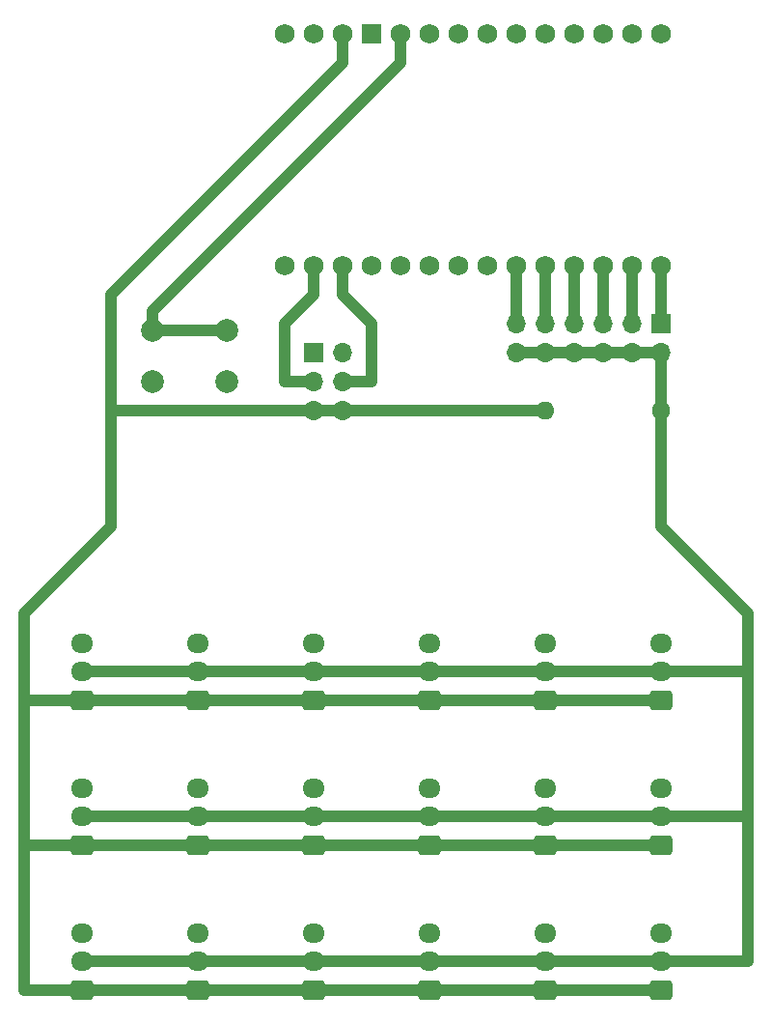
<source format=gbr>
%TF.GenerationSoftware,KiCad,Pcbnew,7.0.10-1.fc39*%
%TF.CreationDate,2024-02-14T22:36:14-06:00*%
%TF.ProjectId,mkr-sensor-shield,6d6b722d-7365-46e7-936f-722d73686965,rev?*%
%TF.SameCoordinates,Original*%
%TF.FileFunction,Copper,L1,Top*%
%TF.FilePolarity,Positive*%
%FSLAX46Y46*%
G04 Gerber Fmt 4.6, Leading zero omitted, Abs format (unit mm)*
G04 Created by KiCad (PCBNEW 7.0.10-1.fc39) date 2024-02-14 22:36:14*
%MOMM*%
%LPD*%
G01*
G04 APERTURE LIST*
G04 Aperture macros list*
%AMRoundRect*
0 Rectangle with rounded corners*
0 $1 Rounding radius*
0 $2 $3 $4 $5 $6 $7 $8 $9 X,Y pos of 4 corners*
0 Add a 4 corners polygon primitive as box body*
4,1,4,$2,$3,$4,$5,$6,$7,$8,$9,$2,$3,0*
0 Add four circle primitives for the rounded corners*
1,1,$1+$1,$2,$3*
1,1,$1+$1,$4,$5*
1,1,$1+$1,$6,$7*
1,1,$1+$1,$8,$9*
0 Add four rect primitives between the rounded corners*
20,1,$1+$1,$2,$3,$4,$5,0*
20,1,$1+$1,$4,$5,$6,$7,0*
20,1,$1+$1,$6,$7,$8,$9,0*
20,1,$1+$1,$8,$9,$2,$3,0*%
G04 Aperture macros list end*
%TA.AperFunction,ComponentPad*%
%ADD10RoundRect,0.250000X0.725000X-0.600000X0.725000X0.600000X-0.725000X0.600000X-0.725000X-0.600000X0*%
%TD*%
%TA.AperFunction,ComponentPad*%
%ADD11O,1.950000X1.700000*%
%TD*%
%TA.AperFunction,ComponentPad*%
%ADD12C,2.000000*%
%TD*%
%TA.AperFunction,ComponentPad*%
%ADD13C,1.727200*%
%TD*%
%TA.AperFunction,ComponentPad*%
%ADD14R,1.727200X1.727200*%
%TD*%
%TA.AperFunction,ComponentPad*%
%ADD15R,1.700000X1.700000*%
%TD*%
%TA.AperFunction,ComponentPad*%
%ADD16O,1.700000X1.700000*%
%TD*%
%TA.AperFunction,ComponentPad*%
%ADD17C,1.600000*%
%TD*%
%TA.AperFunction,ComponentPad*%
%ADD18O,1.600000X1.600000*%
%TD*%
%TA.AperFunction,Conductor*%
%ADD19C,1.000000*%
%TD*%
G04 APERTURE END LIST*
D10*
%TO.P,J5,1,Pin_1*%
%TO.N,+3.3V*%
X164110001Y-141125001D03*
D11*
%TO.P,J5,2,Pin_2*%
%TO.N,DATA*%
X164110001Y-138625001D03*
%TO.P,J5,3,Pin_3*%
%TO.N,GND*%
X164110001Y-136125001D03*
%TD*%
D10*
%TO.P,J10,1,Pin_1*%
%TO.N,+3.3V*%
X143790001Y-128425001D03*
D11*
%TO.P,J10,2,Pin_2*%
%TO.N,DATA*%
X143790001Y-125925001D03*
%TO.P,J10,3,Pin_3*%
%TO.N,GND*%
X143790001Y-123425001D03*
%TD*%
D10*
%TO.P,J18,1,Pin_1*%
%TO.N,+3.3V*%
X153950001Y-115725001D03*
D11*
%TO.P,J18,2,Pin_2*%
%TO.N,DATA*%
X153950001Y-113225001D03*
%TO.P,J18,3,Pin_3*%
%TO.N,GND*%
X153950001Y-110725001D03*
%TD*%
D10*
%TO.P,J15,1,Pin_1*%
%TO.N,+3.3V*%
X184430001Y-115725001D03*
D11*
%TO.P,J15,2,Pin_2*%
%TO.N,DATA*%
X184430001Y-113225001D03*
%TO.P,J15,3,Pin_3*%
%TO.N,GND*%
X184430001Y-110725001D03*
%TD*%
D12*
%TO.P,SW1,1,1*%
%TO.N,Net-(A1-RESET)*%
X139804801Y-83335001D03*
X146304801Y-83335001D03*
%TO.P,SW1,2,2*%
%TO.N,GND*%
X139804801Y-87835001D03*
X146304801Y-87835001D03*
%TD*%
D10*
%TO.P,J7,1,Pin_1*%
%TO.N,+3.3V*%
X184430001Y-141125001D03*
D11*
%TO.P,J7,2,Pin_2*%
%TO.N,DATA*%
X184430001Y-138625001D03*
%TO.P,J7,3,Pin_3*%
%TO.N,GND*%
X184430001Y-136125001D03*
%TD*%
D10*
%TO.P,J9,1,Pin_1*%
%TO.N,+3.3V*%
X133630001Y-128425001D03*
D11*
%TO.P,J9,2,Pin_2*%
%TO.N,DATA*%
X133630001Y-125925001D03*
%TO.P,J9,3,Pin_3*%
%TO.N,GND*%
X133630001Y-123425001D03*
%TD*%
D10*
%TO.P,J16,1,Pin_1*%
%TO.N,+3.3V*%
X133630001Y-115725001D03*
D11*
%TO.P,J16,2,Pin_2*%
%TO.N,DATA*%
X133630001Y-113225001D03*
%TO.P,J16,3,Pin_3*%
%TO.N,GND*%
X133630001Y-110725001D03*
%TD*%
D10*
%TO.P,J6,1,Pin_1*%
%TO.N,+3.3V*%
X174270001Y-141125001D03*
D11*
%TO.P,J6,2,Pin_2*%
%TO.N,DATA*%
X174270001Y-138625001D03*
%TO.P,J6,3,Pin_3*%
%TO.N,GND*%
X174270001Y-136125001D03*
%TD*%
D13*
%TO.P,A1,3V3,3.3V*%
%TO.N,+3.3V*%
X156474801Y-57355001D03*
%TO.P,A1,5V,5V*%
%TO.N,unconnected-(A1-Pad5V)*%
X151394801Y-57355001D03*
%TO.P,A1,A0,A0/DAC*%
%TO.N,Net-(A1-A0{slash}DAC)*%
X153934801Y-77675001D03*
%TO.P,A1,A1,A1*%
%TO.N,Net-(J20-Pin_4)*%
X156474801Y-77675001D03*
%TO.P,A1,A2,A2*%
%TO.N,unconnected-(A1-PadA2)*%
X159014801Y-77675001D03*
%TO.P,A1,A3,A3*%
%TO.N,unconnected-(A1-PadA3)*%
X161554801Y-77675001D03*
%TO.P,A1,A4,A4*%
%TO.N,unconnected-(A1-PadA4)*%
X164094801Y-77675001D03*
%TO.P,A1,A5,A5*%
%TO.N,unconnected-(A1-PadA5)*%
X166634801Y-77675001D03*
%TO.P,A1,A6,A6*%
%TO.N,unconnected-(A1-PadA6)*%
X169174801Y-77675001D03*
%TO.P,A1,AREF,AREF*%
%TO.N,unconnected-(A1-PadAREF)*%
X151394801Y-77675001D03*
%TO.P,A1,D0,D0*%
%TO.N,Net-(J1-Pin_11)*%
X171714801Y-77675001D03*
%TO.P,A1,D1,D1*%
%TO.N,Net-(J1-Pin_9)*%
X174254801Y-77675001D03*
%TO.P,A1,D2,D2*%
%TO.N,Net-(J1-Pin_7)*%
X176794801Y-77675001D03*
%TO.P,A1,D3,D3*%
%TO.N,Net-(J1-Pin_5)*%
X179334801Y-77675001D03*
%TO.P,A1,D4,D4*%
%TO.N,Net-(J1-Pin_3)*%
X181874801Y-77675001D03*
%TO.P,A1,D5,D5*%
%TO.N,Net-(J1-Pin_1)*%
X184414801Y-77675001D03*
%TO.P,A1,D6,D6*%
%TO.N,unconnected-(A1-PadD6)*%
X184414801Y-57355001D03*
%TO.P,A1,D7,D7*%
%TO.N,unconnected-(A1-PadD7)*%
X181874801Y-57355001D03*
%TO.P,A1,D8,D8_MOSI*%
%TO.N,unconnected-(A1-D8_MOSI-PadD8)*%
X179334801Y-57355001D03*
%TO.P,A1,D9,D9_SCK*%
%TO.N,unconnected-(A1-D9_SCK-PadD9)*%
X176794801Y-57355001D03*
%TO.P,A1,D10,D10_MISO*%
%TO.N,unconnected-(A1-D10_MISO-PadD10)*%
X174254801Y-57355001D03*
%TO.P,A1,D11,D11/SDA*%
%TO.N,unconnected-(A1-D11{slash}SDA-PadD11)*%
X171714801Y-57355001D03*
%TO.P,A1,D12,D12/SCL*%
%TO.N,unconnected-(A1-D12{slash}SCL-PadD12)*%
X169174801Y-57355001D03*
%TO.P,A1,D13,D13/RX*%
%TO.N,unconnected-(A1-D13{slash}RX-PadD13)*%
X166634801Y-57355001D03*
%TO.P,A1,D14,D14/TX*%
%TO.N,unconnected-(A1-D14{slash}TX-PadD14)*%
X164094801Y-57355001D03*
D14*
%TO.P,A1,GND,GND*%
%TO.N,GND*%
X159014801Y-57355001D03*
D13*
%TO.P,A1,RST,RESET*%
%TO.N,Net-(A1-RESET)*%
X161554801Y-57355001D03*
%TO.P,A1,VIN,VIN*%
%TO.N,unconnected-(A1-PadVIN)*%
X153934801Y-57355001D03*
%TD*%
D10*
%TO.P,J17,1,Pin_1*%
%TO.N,+3.3V*%
X143790001Y-115725001D03*
D11*
%TO.P,J17,2,Pin_2*%
%TO.N,DATA*%
X143790001Y-113225001D03*
%TO.P,J17,3,Pin_3*%
%TO.N,GND*%
X143790001Y-110725001D03*
%TD*%
D10*
%TO.P,J3,1,Pin_1*%
%TO.N,+3.3V*%
X143790001Y-141125001D03*
D11*
%TO.P,J3,2,Pin_2*%
%TO.N,DATA*%
X143790001Y-138625001D03*
%TO.P,J3,3,Pin_3*%
%TO.N,GND*%
X143790001Y-136125001D03*
%TD*%
D10*
%TO.P,J8,1,Pin_1*%
%TO.N,+3.3V*%
X184430001Y-128425001D03*
D11*
%TO.P,J8,2,Pin_2*%
%TO.N,DATA*%
X184430001Y-125925001D03*
%TO.P,J8,3,Pin_3*%
%TO.N,GND*%
X184430001Y-123425001D03*
%TD*%
D10*
%TO.P,J2,1,Pin_1*%
%TO.N,+3.3V*%
X133630001Y-141125001D03*
D11*
%TO.P,J2,2,Pin_2*%
%TO.N,DATA*%
X133630001Y-138625001D03*
%TO.P,J2,3,Pin_3*%
%TO.N,GND*%
X133630001Y-136125001D03*
%TD*%
D10*
%TO.P,J14,1,Pin_1*%
%TO.N,+3.3V*%
X174270001Y-115725001D03*
D11*
%TO.P,J14,2,Pin_2*%
%TO.N,DATA*%
X174270001Y-113225001D03*
%TO.P,J14,3,Pin_3*%
%TO.N,GND*%
X174270001Y-110725001D03*
%TD*%
D10*
%TO.P,J19,1,Pin_1*%
%TO.N,+3.3V*%
X164110001Y-115725001D03*
D11*
%TO.P,J19,2,Pin_2*%
%TO.N,DATA*%
X164110001Y-113225001D03*
%TO.P,J19,3,Pin_3*%
%TO.N,GND*%
X164110001Y-110725001D03*
%TD*%
D15*
%TO.P,J1,1,Pin_1*%
%TO.N,Net-(J1-Pin_1)*%
X184414801Y-82755001D03*
D16*
%TO.P,J1,2,Pin_2*%
%TO.N,DATA*%
X184414801Y-85295001D03*
%TO.P,J1,3,Pin_3*%
%TO.N,Net-(J1-Pin_3)*%
X181874801Y-82755001D03*
%TO.P,J1,4,Pin_4*%
%TO.N,DATA*%
X181874801Y-85295001D03*
%TO.P,J1,5,Pin_5*%
%TO.N,Net-(J1-Pin_5)*%
X179334801Y-82755001D03*
%TO.P,J1,6,Pin_6*%
%TO.N,DATA*%
X179334801Y-85295001D03*
%TO.P,J1,7,Pin_7*%
%TO.N,Net-(J1-Pin_7)*%
X176794801Y-82755001D03*
%TO.P,J1,8,Pin_8*%
%TO.N,DATA*%
X176794801Y-85295001D03*
%TO.P,J1,9,Pin_9*%
%TO.N,Net-(J1-Pin_9)*%
X174254801Y-82755001D03*
%TO.P,J1,10,Pin_10*%
%TO.N,DATA*%
X174254801Y-85295001D03*
%TO.P,J1,11,Pin_11*%
%TO.N,Net-(J1-Pin_11)*%
X171714801Y-82755001D03*
%TO.P,J1,12,Pin_12*%
%TO.N,DATA*%
X171714801Y-85295001D03*
%TD*%
D10*
%TO.P,J12,1,Pin_1*%
%TO.N,+3.3V*%
X164110001Y-128425001D03*
D11*
%TO.P,J12,2,Pin_2*%
%TO.N,DATA*%
X164110001Y-125925001D03*
%TO.P,J12,3,Pin_3*%
%TO.N,GND*%
X164110001Y-123425001D03*
%TD*%
D10*
%TO.P,J11,1,Pin_1*%
%TO.N,+3.3V*%
X153950001Y-128425001D03*
D11*
%TO.P,J11,2,Pin_2*%
%TO.N,DATA*%
X153950001Y-125925001D03*
%TO.P,J11,3,Pin_3*%
%TO.N,GND*%
X153950001Y-123425001D03*
%TD*%
D10*
%TO.P,J4,1,Pin_1*%
%TO.N,+3.3V*%
X153950001Y-141125001D03*
D11*
%TO.P,J4,2,Pin_2*%
%TO.N,DATA*%
X153950001Y-138625001D03*
%TO.P,J4,3,Pin_3*%
%TO.N,GND*%
X153950001Y-136125001D03*
%TD*%
D17*
%TO.P,R1,1*%
%TO.N,DATA*%
X184404801Y-90375001D03*
D18*
%TO.P,R1,2*%
%TO.N,+3.3V*%
X174244801Y-90375001D03*
%TD*%
D10*
%TO.P,J13,1,Pin_1*%
%TO.N,+3.3V*%
X174270001Y-128425001D03*
D11*
%TO.P,J13,2,Pin_2*%
%TO.N,DATA*%
X174270001Y-125925001D03*
%TO.P,J13,3,Pin_3*%
%TO.N,GND*%
X174270001Y-123425001D03*
%TD*%
D15*
%TO.P,J20,1,Pin_1*%
%TO.N,GND*%
X153924801Y-85295001D03*
D16*
%TO.P,J20,2,Pin_2*%
X156464801Y-85295001D03*
%TO.P,J20,3,Pin_3*%
%TO.N,Net-(A1-A0{slash}DAC)*%
X153924801Y-87835001D03*
%TO.P,J20,4,Pin_4*%
%TO.N,Net-(J20-Pin_4)*%
X156464801Y-87835001D03*
%TO.P,J20,5,Pin_5*%
%TO.N,+3.3V*%
X153924801Y-90375001D03*
%TO.P,J20,6,Pin_6*%
X156464801Y-90375001D03*
%TD*%
D19*
%TO.N,+3.3V*%
X136170001Y-84025001D02*
X136170001Y-87835001D01*
X128550001Y-128425001D02*
X128550001Y-115725001D01*
X136170001Y-87835001D02*
X136170001Y-90375001D01*
X181890001Y-128425001D02*
X184430001Y-128425001D01*
X128590001Y-108105001D02*
X136170001Y-100525001D01*
X136170001Y-90375001D02*
X136170001Y-100525001D01*
X136170001Y-80189801D02*
X136170001Y-80215001D01*
X181890001Y-115725001D02*
X184430001Y-115725001D01*
X128550001Y-128425001D02*
X181890001Y-128425001D01*
X136170001Y-80215001D02*
X136170001Y-84025001D01*
X128550001Y-108105001D02*
X128590001Y-108105001D01*
X128550001Y-128425001D02*
X128550001Y-141125001D01*
X156474801Y-59885001D02*
X136170001Y-80189801D01*
X156474801Y-57355001D02*
X156474801Y-59885001D01*
X128550001Y-141125001D02*
X184430001Y-141125001D01*
X174244801Y-90375001D02*
X153924801Y-90375001D01*
X153924801Y-90375001D02*
X136170001Y-90375001D01*
X128550001Y-115725001D02*
X181890001Y-115725001D01*
X128550001Y-115725001D02*
X128550001Y-108105001D01*
%TO.N,Net-(A1-A0{slash}DAC)*%
X153934801Y-80205001D02*
X151384801Y-82755001D01*
X151384801Y-82755001D02*
X151384801Y-87835001D01*
X151384801Y-87835001D02*
X153924801Y-87835001D01*
X153934801Y-77675001D02*
X153934801Y-80205001D01*
%TO.N,Net-(J20-Pin_4)*%
X156464801Y-80215001D02*
X159004801Y-82755001D01*
X159004801Y-82755001D02*
X159004801Y-87835001D01*
X156474801Y-77675001D02*
X156474801Y-80205001D01*
X156474801Y-80205001D02*
X156464801Y-80215001D01*
X159004801Y-87835001D02*
X156464801Y-87835001D01*
%TO.N,Net-(J1-Pin_1)*%
X184414801Y-77675001D02*
X184414801Y-82755001D01*
%TO.N,Net-(J1-Pin_3)*%
X181874801Y-77675001D02*
X181874801Y-82755001D01*
%TO.N,Net-(J1-Pin_5)*%
X179334801Y-77675001D02*
X179334801Y-82755001D01*
%TO.N,Net-(J1-Pin_7)*%
X176794801Y-77675001D02*
X176794801Y-82755001D01*
%TO.N,Net-(J1-Pin_9)*%
X174254801Y-77675001D02*
X174254801Y-82755001D01*
%TO.N,Net-(J1-Pin_11)*%
X171714801Y-77675001D02*
X171714801Y-82755001D01*
%TO.N,Net-(A1-RESET)*%
X161554801Y-59885001D02*
X146304801Y-75135001D01*
X139804801Y-83335001D02*
X146304801Y-83335001D01*
X139804801Y-81635001D02*
X139804801Y-83335001D01*
X161554801Y-57355001D02*
X161554801Y-59885001D01*
X146304801Y-75135001D02*
X139804801Y-81635001D01*
%TO.N,DATA*%
X192050001Y-113225001D02*
X192050001Y-108145001D01*
X171714801Y-85295001D02*
X184414801Y-85295001D01*
X133630001Y-125925001D02*
X192050001Y-125925001D01*
X192050001Y-113225001D02*
X192050001Y-125925001D01*
X184414801Y-100509801D02*
X184414801Y-85295001D01*
X133630001Y-138625001D02*
X192050001Y-138625001D01*
X192050001Y-138625001D02*
X192050001Y-125925001D01*
X192050001Y-108145001D02*
X184414801Y-100509801D01*
X133630001Y-113225001D02*
X192050001Y-113225001D01*
%TD*%
M02*

</source>
